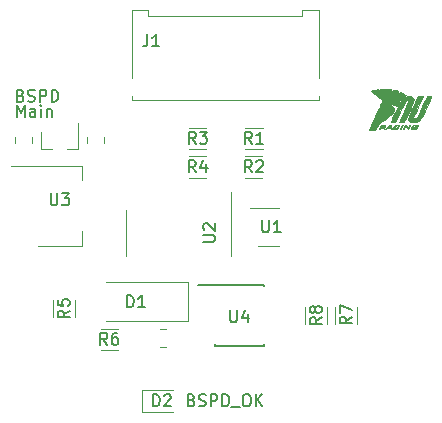
<source format=gbr>
G04 #@! TF.GenerationSoftware,KiCad,Pcbnew,(5.1.6)-1*
G04 #@! TF.CreationDate,2021-06-24T15:15:02+10:00*
G04 #@! TF.ProjectId,BSPD,42535044-2e6b-4696-9361-645f70636258,rev?*
G04 #@! TF.SameCoordinates,Original*
G04 #@! TF.FileFunction,Legend,Top*
G04 #@! TF.FilePolarity,Positive*
%FSLAX46Y46*%
G04 Gerber Fmt 4.6, Leading zero omitted, Abs format (unit mm)*
G04 Created by KiCad (PCBNEW (5.1.6)-1) date 2021-06-24 15:15:02*
%MOMM*%
%LPD*%
G01*
G04 APERTURE LIST*
%ADD10C,0.150000*%
%ADD11C,0.010000*%
%ADD12C,0.120000*%
G04 APERTURE END LIST*
D10*
X83105809Y-111069380D02*
X83105809Y-110069380D01*
X83439142Y-110783666D01*
X83772476Y-110069380D01*
X83772476Y-111069380D01*
X84677238Y-111069380D02*
X84677238Y-110545571D01*
X84629619Y-110450333D01*
X84534380Y-110402714D01*
X84343904Y-110402714D01*
X84248666Y-110450333D01*
X84677238Y-111021761D02*
X84582000Y-111069380D01*
X84343904Y-111069380D01*
X84248666Y-111021761D01*
X84201047Y-110926523D01*
X84201047Y-110831285D01*
X84248666Y-110736047D01*
X84343904Y-110688428D01*
X84582000Y-110688428D01*
X84677238Y-110640809D01*
X85153428Y-111069380D02*
X85153428Y-110402714D01*
X85153428Y-110069380D02*
X85105809Y-110117000D01*
X85153428Y-110164619D01*
X85201047Y-110117000D01*
X85153428Y-110069380D01*
X85153428Y-110164619D01*
X85629619Y-110402714D02*
X85629619Y-111069380D01*
X85629619Y-110497952D02*
X85677238Y-110450333D01*
X85772476Y-110402714D01*
X85915333Y-110402714D01*
X86010571Y-110450333D01*
X86058190Y-110545571D01*
X86058190Y-111069380D01*
X83431238Y-109275571D02*
X83574095Y-109323190D01*
X83621714Y-109370809D01*
X83669333Y-109466047D01*
X83669333Y-109608904D01*
X83621714Y-109704142D01*
X83574095Y-109751761D01*
X83478857Y-109799380D01*
X83097904Y-109799380D01*
X83097904Y-108799380D01*
X83431238Y-108799380D01*
X83526476Y-108847000D01*
X83574095Y-108894619D01*
X83621714Y-108989857D01*
X83621714Y-109085095D01*
X83574095Y-109180333D01*
X83526476Y-109227952D01*
X83431238Y-109275571D01*
X83097904Y-109275571D01*
X84050285Y-109751761D02*
X84193142Y-109799380D01*
X84431238Y-109799380D01*
X84526476Y-109751761D01*
X84574095Y-109704142D01*
X84621714Y-109608904D01*
X84621714Y-109513666D01*
X84574095Y-109418428D01*
X84526476Y-109370809D01*
X84431238Y-109323190D01*
X84240761Y-109275571D01*
X84145523Y-109227952D01*
X84097904Y-109180333D01*
X84050285Y-109085095D01*
X84050285Y-108989857D01*
X84097904Y-108894619D01*
X84145523Y-108847000D01*
X84240761Y-108799380D01*
X84478857Y-108799380D01*
X84621714Y-108847000D01*
X85050285Y-109799380D02*
X85050285Y-108799380D01*
X85431238Y-108799380D01*
X85526476Y-108847000D01*
X85574095Y-108894619D01*
X85621714Y-108989857D01*
X85621714Y-109132714D01*
X85574095Y-109227952D01*
X85526476Y-109275571D01*
X85431238Y-109323190D01*
X85050285Y-109323190D01*
X86050285Y-109799380D02*
X86050285Y-108799380D01*
X86288380Y-108799380D01*
X86431238Y-108847000D01*
X86526476Y-108942238D01*
X86574095Y-109037476D01*
X86621714Y-109227952D01*
X86621714Y-109370809D01*
X86574095Y-109561285D01*
X86526476Y-109656523D01*
X86431238Y-109751761D01*
X86288380Y-109799380D01*
X86050285Y-109799380D01*
D11*
G36*
X118166985Y-109324081D02*
G01*
X118206978Y-109333360D01*
X118211600Y-109339393D01*
X118201218Y-109365538D01*
X118171576Y-109432763D01*
X118124932Y-109536128D01*
X118063543Y-109670695D01*
X117989665Y-109831524D01*
X117905555Y-110013676D01*
X117813470Y-110212212D01*
X117773450Y-110298243D01*
X117653705Y-110554466D01*
X117552178Y-110768552D01*
X117466177Y-110944661D01*
X117393011Y-111086954D01*
X117329988Y-111199591D01*
X117274415Y-111286732D01*
X117223603Y-111352538D01*
X117174858Y-111401168D01*
X117125490Y-111436784D01*
X117072806Y-111463544D01*
X117014115Y-111485611D01*
X117002807Y-111489372D01*
X116860318Y-111524578D01*
X116708588Y-111543087D01*
X116569252Y-111542949D01*
X116505636Y-111534196D01*
X116377992Y-111489884D01*
X116290461Y-111420912D01*
X116245880Y-111331024D01*
X116247087Y-111223967D01*
X116253083Y-111200791D01*
X116269639Y-111158135D01*
X116305326Y-111075166D01*
X116357598Y-110957513D01*
X116423908Y-110810805D01*
X116501708Y-110640672D01*
X116588452Y-110452742D01*
X116681594Y-110252646D01*
X116695510Y-110222891D01*
X117111342Y-109334300D01*
X117293171Y-109326837D01*
X117397977Y-109325724D01*
X117457097Y-109333356D01*
X117475000Y-109349552D01*
X117464577Y-109378562D01*
X117434857Y-109448395D01*
X117388167Y-109553903D01*
X117326828Y-109689941D01*
X117253167Y-109851361D01*
X117169508Y-110033017D01*
X117078174Y-110229761D01*
X117055900Y-110277520D01*
X116963260Y-110476291D01*
X116877721Y-110660446D01*
X116801594Y-110824962D01*
X116737191Y-110964813D01*
X116686825Y-111074975D01*
X116652808Y-111150423D01*
X116637452Y-111186133D01*
X116636800Y-111188254D01*
X116659655Y-111195651D01*
X116718072Y-111200337D01*
X116763399Y-111201200D01*
X116852079Y-111194983D01*
X116914728Y-111170793D01*
X116963787Y-111131350D01*
X116999176Y-111083439D01*
X117053771Y-110988540D01*
X117127553Y-110846687D01*
X117220507Y-110657914D01*
X117332613Y-110422255D01*
X117425304Y-110223300D01*
X117514916Y-110030148D01*
X117598555Y-109850965D01*
X117673668Y-109691138D01*
X117737700Y-109556057D01*
X117788098Y-109451108D01*
X117822308Y-109381681D01*
X117837627Y-109353350D01*
X117870543Y-109339281D01*
X117934999Y-109328757D01*
X118015933Y-109322342D01*
X118098282Y-109320595D01*
X118166985Y-109324081D01*
G37*
X118166985Y-109324081D02*
X118206978Y-109333360D01*
X118211600Y-109339393D01*
X118201218Y-109365538D01*
X118171576Y-109432763D01*
X118124932Y-109536128D01*
X118063543Y-109670695D01*
X117989665Y-109831524D01*
X117905555Y-110013676D01*
X117813470Y-110212212D01*
X117773450Y-110298243D01*
X117653705Y-110554466D01*
X117552178Y-110768552D01*
X117466177Y-110944661D01*
X117393011Y-111086954D01*
X117329988Y-111199591D01*
X117274415Y-111286732D01*
X117223603Y-111352538D01*
X117174858Y-111401168D01*
X117125490Y-111436784D01*
X117072806Y-111463544D01*
X117014115Y-111485611D01*
X117002807Y-111489372D01*
X116860318Y-111524578D01*
X116708588Y-111543087D01*
X116569252Y-111542949D01*
X116505636Y-111534196D01*
X116377992Y-111489884D01*
X116290461Y-111420912D01*
X116245880Y-111331024D01*
X116247087Y-111223967D01*
X116253083Y-111200791D01*
X116269639Y-111158135D01*
X116305326Y-111075166D01*
X116357598Y-110957513D01*
X116423908Y-110810805D01*
X116501708Y-110640672D01*
X116588452Y-110452742D01*
X116681594Y-110252646D01*
X116695510Y-110222891D01*
X117111342Y-109334300D01*
X117293171Y-109326837D01*
X117397977Y-109325724D01*
X117457097Y-109333356D01*
X117475000Y-109349552D01*
X117464577Y-109378562D01*
X117434857Y-109448395D01*
X117388167Y-109553903D01*
X117326828Y-109689941D01*
X117253167Y-109851361D01*
X117169508Y-110033017D01*
X117078174Y-110229761D01*
X117055900Y-110277520D01*
X116963260Y-110476291D01*
X116877721Y-110660446D01*
X116801594Y-110824962D01*
X116737191Y-110964813D01*
X116686825Y-111074975D01*
X116652808Y-111150423D01*
X116637452Y-111186133D01*
X116636800Y-111188254D01*
X116659655Y-111195651D01*
X116718072Y-111200337D01*
X116763399Y-111201200D01*
X116852079Y-111194983D01*
X116914728Y-111170793D01*
X116963787Y-111131350D01*
X116999176Y-111083439D01*
X117053771Y-110988540D01*
X117127553Y-110846687D01*
X117220507Y-110657914D01*
X117332613Y-110422255D01*
X117425304Y-110223300D01*
X117514916Y-110030148D01*
X117598555Y-109850965D01*
X117673668Y-109691138D01*
X117737700Y-109556057D01*
X117788098Y-109451108D01*
X117822308Y-109381681D01*
X117837627Y-109353350D01*
X117870543Y-109339281D01*
X117934999Y-109328757D01*
X118015933Y-109322342D01*
X118098282Y-109320595D01*
X118166985Y-109324081D01*
G36*
X116474596Y-109346760D02*
G01*
X116599569Y-109382414D01*
X116683600Y-109444148D01*
X116728769Y-109533319D01*
X116738400Y-109617003D01*
X116728035Y-109650517D01*
X116698797Y-109723878D01*
X116653470Y-109830980D01*
X116594838Y-109965717D01*
X116525685Y-110121985D01*
X116448794Y-110293676D01*
X116366950Y-110474687D01*
X116282937Y-110658911D01*
X116199538Y-110840242D01*
X116119538Y-111012575D01*
X116045721Y-111169805D01*
X115980870Y-111305826D01*
X115927769Y-111414532D01*
X115889203Y-111489818D01*
X115868386Y-111525050D01*
X115835004Y-111539345D01*
X115770299Y-111549864D01*
X115689291Y-111556095D01*
X115607002Y-111557531D01*
X115538450Y-111553660D01*
X115498658Y-111543973D01*
X115494129Y-111537750D01*
X115504615Y-111511294D01*
X115534390Y-111443871D01*
X115581155Y-111340499D01*
X115642611Y-111206195D01*
X115716459Y-111045978D01*
X115800400Y-110864864D01*
X115892136Y-110667872D01*
X115921827Y-110604300D01*
X116349195Y-109689900D01*
X116221648Y-109682061D01*
X116121581Y-109684251D01*
X116050857Y-109708153D01*
X116031327Y-109721091D01*
X116001728Y-109758118D01*
X115954011Y-109838781D01*
X115887864Y-109963695D01*
X115802971Y-110133476D01*
X115699020Y-110348738D01*
X115575696Y-110610097D01*
X115554240Y-110656030D01*
X115139929Y-111544100D01*
X114946076Y-111551563D01*
X114852506Y-111552421D01*
X114787394Y-111547543D01*
X114760973Y-111537803D01*
X114761062Y-111535737D01*
X114773417Y-111508392D01*
X114805018Y-111440008D01*
X114853551Y-111335548D01*
X114916704Y-111199972D01*
X114992167Y-111038242D01*
X115077625Y-110855319D01*
X115170769Y-110656164D01*
X115212566Y-110566861D01*
X115347812Y-110280344D01*
X115463538Y-110040291D01*
X115559707Y-109846771D01*
X115636284Y-109699856D01*
X115693232Y-109599615D01*
X115730516Y-109546121D01*
X115733112Y-109543395D01*
X115876207Y-109435214D01*
X116050007Y-109366565D01*
X116255470Y-109337100D01*
X116306600Y-109335833D01*
X116474596Y-109346760D01*
G37*
X116474596Y-109346760D02*
X116599569Y-109382414D01*
X116683600Y-109444148D01*
X116728769Y-109533319D01*
X116738400Y-109617003D01*
X116728035Y-109650517D01*
X116698797Y-109723878D01*
X116653470Y-109830980D01*
X116594838Y-109965717D01*
X116525685Y-110121985D01*
X116448794Y-110293676D01*
X116366950Y-110474687D01*
X116282937Y-110658911D01*
X116199538Y-110840242D01*
X116119538Y-111012575D01*
X116045721Y-111169805D01*
X115980870Y-111305826D01*
X115927769Y-111414532D01*
X115889203Y-111489818D01*
X115868386Y-111525050D01*
X115835004Y-111539345D01*
X115770299Y-111549864D01*
X115689291Y-111556095D01*
X115607002Y-111557531D01*
X115538450Y-111553660D01*
X115498658Y-111543973D01*
X115494129Y-111537750D01*
X115504615Y-111511294D01*
X115534390Y-111443871D01*
X115581155Y-111340499D01*
X115642611Y-111206195D01*
X115716459Y-111045978D01*
X115800400Y-110864864D01*
X115892136Y-110667872D01*
X115921827Y-110604300D01*
X116349195Y-109689900D01*
X116221648Y-109682061D01*
X116121581Y-109684251D01*
X116050857Y-109708153D01*
X116031327Y-109721091D01*
X116001728Y-109758118D01*
X115954011Y-109838781D01*
X115887864Y-109963695D01*
X115802971Y-110133476D01*
X115699020Y-110348738D01*
X115575696Y-110610097D01*
X115554240Y-110656030D01*
X115139929Y-111544100D01*
X114946076Y-111551563D01*
X114852506Y-111552421D01*
X114787394Y-111547543D01*
X114760973Y-111537803D01*
X114761062Y-111535737D01*
X114773417Y-111508392D01*
X114805018Y-111440008D01*
X114853551Y-111335548D01*
X114916704Y-111199972D01*
X114992167Y-111038242D01*
X115077625Y-110855319D01*
X115170769Y-110656164D01*
X115212566Y-110566861D01*
X115347812Y-110280344D01*
X115463538Y-110040291D01*
X115559707Y-109846771D01*
X115636284Y-109699856D01*
X115693232Y-109599615D01*
X115730516Y-109546121D01*
X115733112Y-109543395D01*
X115876207Y-109435214D01*
X116050007Y-109366565D01*
X116255470Y-109337100D01*
X116306600Y-109335833D01*
X116474596Y-109346760D01*
G36*
X116871875Y-111739845D02*
G01*
X116971077Y-111746178D01*
X117029553Y-111756922D01*
X117057341Y-111774678D01*
X117063399Y-111789445D01*
X117062051Y-111810037D01*
X117041849Y-111821126D01*
X116993312Y-111824066D01*
X116906958Y-111820214D01*
X116866818Y-111817565D01*
X116772227Y-111812590D01*
X116700806Y-111811705D01*
X116664475Y-111814956D01*
X116662200Y-111816768D01*
X116653283Y-111846555D01*
X116631132Y-111904106D01*
X116623759Y-111921998D01*
X116585318Y-112014000D01*
X116738059Y-112014000D01*
X116826662Y-112011085D01*
X116874282Y-112000751D01*
X116890482Y-111980611D01*
X116890800Y-111975900D01*
X116868719Y-111945257D01*
X116827300Y-111937800D01*
X116779565Y-111929105D01*
X116763800Y-111912400D01*
X116786644Y-111897910D01*
X116845052Y-111888714D01*
X116890800Y-111887000D01*
X116963237Y-111890427D01*
X117009176Y-111899190D01*
X117017705Y-111906050D01*
X117005510Y-111938320D01*
X116975481Y-111993943D01*
X116967278Y-112007650D01*
X116916946Y-112090200D01*
X116700673Y-112090200D01*
X116590314Y-112088242D01*
X116522828Y-112081529D01*
X116490410Y-112068803D01*
X116484400Y-112055328D01*
X116497293Y-111995867D01*
X116529634Y-111917934D01*
X116571909Y-111839836D01*
X116614608Y-111779881D01*
X116638233Y-111759232D01*
X116687923Y-111746836D01*
X116770640Y-111739845D01*
X116868767Y-111739723D01*
X116871875Y-111739845D01*
G37*
X116871875Y-111739845D02*
X116971077Y-111746178D01*
X117029553Y-111756922D01*
X117057341Y-111774678D01*
X117063399Y-111789445D01*
X117062051Y-111810037D01*
X117041849Y-111821126D01*
X116993312Y-111824066D01*
X116906958Y-111820214D01*
X116866818Y-111817565D01*
X116772227Y-111812590D01*
X116700806Y-111811705D01*
X116664475Y-111814956D01*
X116662200Y-111816768D01*
X116653283Y-111846555D01*
X116631132Y-111904106D01*
X116623759Y-111921998D01*
X116585318Y-112014000D01*
X116738059Y-112014000D01*
X116826662Y-112011085D01*
X116874282Y-112000751D01*
X116890482Y-111980611D01*
X116890800Y-111975900D01*
X116868719Y-111945257D01*
X116827300Y-111937800D01*
X116779565Y-111929105D01*
X116763800Y-111912400D01*
X116786644Y-111897910D01*
X116845052Y-111888714D01*
X116890800Y-111887000D01*
X116963237Y-111890427D01*
X117009176Y-111899190D01*
X117017705Y-111906050D01*
X117005510Y-111938320D01*
X116975481Y-111993943D01*
X116967278Y-112007650D01*
X116916946Y-112090200D01*
X116700673Y-112090200D01*
X116590314Y-112088242D01*
X116522828Y-112081529D01*
X116490410Y-112068803D01*
X116484400Y-112055328D01*
X116497293Y-111995867D01*
X116529634Y-111917934D01*
X116571909Y-111839836D01*
X116614608Y-111779881D01*
X116638233Y-111759232D01*
X116687923Y-111746836D01*
X116770640Y-111739845D01*
X116868767Y-111739723D01*
X116871875Y-111739845D01*
G36*
X116433515Y-111756824D02*
G01*
X116433600Y-111760724D01*
X116421668Y-111805904D01*
X116391201Y-111873573D01*
X116350189Y-111949778D01*
X116306622Y-112020567D01*
X116268493Y-112071988D01*
X116244893Y-112090200D01*
X116210264Y-112072294D01*
X116156442Y-112025802D01*
X116106465Y-111973354D01*
X116003613Y-111856508D01*
X115946845Y-111973354D01*
X115906834Y-112040345D01*
X115867533Y-112082412D01*
X115837192Y-112093459D01*
X115824061Y-112067396D01*
X115824000Y-112064075D01*
X115834805Y-112027099D01*
X115862344Y-111964170D01*
X115899300Y-111889391D01*
X115938356Y-111816863D01*
X115972196Y-111760688D01*
X115993502Y-111734971D01*
X115994943Y-111734600D01*
X116020797Y-111751141D01*
X116071159Y-111794428D01*
X116132727Y-111852768D01*
X116252700Y-111970937D01*
X116310111Y-111852768D01*
X116350312Y-111785253D01*
X116389714Y-111742706D01*
X116420166Y-111731204D01*
X116433515Y-111756824D01*
G37*
X116433515Y-111756824D02*
X116433600Y-111760724D01*
X116421668Y-111805904D01*
X116391201Y-111873573D01*
X116350189Y-111949778D01*
X116306622Y-112020567D01*
X116268493Y-112071988D01*
X116244893Y-112090200D01*
X116210264Y-112072294D01*
X116156442Y-112025802D01*
X116106465Y-111973354D01*
X116003613Y-111856508D01*
X115946845Y-111973354D01*
X115906834Y-112040345D01*
X115867533Y-112082412D01*
X115837192Y-112093459D01*
X115824061Y-112067396D01*
X115824000Y-112064075D01*
X115834805Y-112027099D01*
X115862344Y-111964170D01*
X115899300Y-111889391D01*
X115938356Y-111816863D01*
X115972196Y-111760688D01*
X115993502Y-111734971D01*
X115994943Y-111734600D01*
X116020797Y-111751141D01*
X116071159Y-111794428D01*
X116132727Y-111852768D01*
X116252700Y-111970937D01*
X116310111Y-111852768D01*
X116350312Y-111785253D01*
X116389714Y-111742706D01*
X116420166Y-111731204D01*
X116433515Y-111756824D01*
G36*
X115775460Y-111739003D02*
G01*
X115780040Y-111759038D01*
X115765236Y-111804940D01*
X115732438Y-111880650D01*
X115695898Y-111962493D01*
X115667009Y-112027913D01*
X115653841Y-112058450D01*
X115627463Y-112079719D01*
X115585054Y-112090887D01*
X115550971Y-112087598D01*
X115544600Y-112077980D01*
X115555035Y-112050860D01*
X115582547Y-111990719D01*
X115621445Y-111909949D01*
X115626251Y-111900180D01*
X115683547Y-111797341D01*
X115729916Y-111743543D01*
X115752931Y-111734600D01*
X115775460Y-111739003D01*
G37*
X115775460Y-111739003D02*
X115780040Y-111759038D01*
X115765236Y-111804940D01*
X115732438Y-111880650D01*
X115695898Y-111962493D01*
X115667009Y-112027913D01*
X115653841Y-112058450D01*
X115627463Y-112079719D01*
X115585054Y-112090887D01*
X115550971Y-112087598D01*
X115544600Y-112077980D01*
X115555035Y-112050860D01*
X115582547Y-111990719D01*
X115621445Y-111909949D01*
X115626251Y-111900180D01*
X115683547Y-111797341D01*
X115729916Y-111743543D01*
X115752931Y-111734600D01*
X115775460Y-111739003D01*
G36*
X115355158Y-111739524D02*
G01*
X115440264Y-111746024D01*
X115486094Y-111757338D01*
X115504172Y-111777928D01*
X115506500Y-111798100D01*
X115486035Y-111843128D01*
X115446530Y-111857386D01*
X115404843Y-111855511D01*
X115403579Y-111838336D01*
X115392897Y-111820244D01*
X115332518Y-111811613D01*
X115292751Y-111810800D01*
X115214274Y-111813888D01*
X115168904Y-111828424D01*
X115139068Y-111862309D01*
X115126152Y-111885738D01*
X115099312Y-111945114D01*
X115087432Y-111986186D01*
X115087400Y-111987338D01*
X115109199Y-112005783D01*
X115162900Y-112013285D01*
X115230960Y-112010549D01*
X115295834Y-111998281D01*
X115339977Y-111977187D01*
X115339980Y-111977184D01*
X115388742Y-111951520D01*
X115418664Y-111965288D01*
X115417695Y-112007577D01*
X115403068Y-112034307D01*
X115376428Y-112063612D01*
X115338951Y-112080523D01*
X115277419Y-112088299D01*
X115178614Y-112090199D01*
X115176358Y-112090200D01*
X115083641Y-112087337D01*
X115012326Y-112079785D01*
X114976194Y-112069091D01*
X114974788Y-112067532D01*
X114976921Y-112033988D01*
X114996621Y-111969745D01*
X115023488Y-111903066D01*
X115063830Y-111821868D01*
X115106044Y-111771098D01*
X115162535Y-111744640D01*
X115245706Y-111736378D01*
X115355158Y-111739524D01*
G37*
X115355158Y-111739524D02*
X115440264Y-111746024D01*
X115486094Y-111757338D01*
X115504172Y-111777928D01*
X115506500Y-111798100D01*
X115486035Y-111843128D01*
X115446530Y-111857386D01*
X115404843Y-111855511D01*
X115403579Y-111838336D01*
X115392897Y-111820244D01*
X115332518Y-111811613D01*
X115292751Y-111810800D01*
X115214274Y-111813888D01*
X115168904Y-111828424D01*
X115139068Y-111862309D01*
X115126152Y-111885738D01*
X115099312Y-111945114D01*
X115087432Y-111986186D01*
X115087400Y-111987338D01*
X115109199Y-112005783D01*
X115162900Y-112013285D01*
X115230960Y-112010549D01*
X115295834Y-111998281D01*
X115339977Y-111977187D01*
X115339980Y-111977184D01*
X115388742Y-111951520D01*
X115418664Y-111965288D01*
X115417695Y-112007577D01*
X115403068Y-112034307D01*
X115376428Y-112063612D01*
X115338951Y-112080523D01*
X115277419Y-112088299D01*
X115178614Y-112090199D01*
X115176358Y-112090200D01*
X115083641Y-112087337D01*
X115012326Y-112079785D01*
X114976194Y-112069091D01*
X114974788Y-112067532D01*
X114976921Y-112033988D01*
X114996621Y-111969745D01*
X115023488Y-111903066D01*
X115063830Y-111821868D01*
X115106044Y-111771098D01*
X115162535Y-111744640D01*
X115245706Y-111736378D01*
X115355158Y-111739524D01*
G36*
X114768179Y-111753835D02*
G01*
X114793510Y-111815088D01*
X114809182Y-111879998D01*
X114827687Y-111964647D01*
X114843889Y-112031108D01*
X114851801Y-112057798D01*
X114842302Y-112084101D01*
X114809920Y-112090200D01*
X114759925Y-112074426D01*
X114740985Y-112052100D01*
X114712284Y-112027152D01*
X114645742Y-112015483D01*
X114592492Y-112014000D01*
X114489124Y-112022645D01*
X114430693Y-112048135D01*
X114427000Y-112052100D01*
X114376777Y-112083313D01*
X114341339Y-112089286D01*
X114308091Y-112086201D01*
X114309753Y-112071991D01*
X114348519Y-112036689D01*
X114353904Y-112032136D01*
X114407421Y-111986527D01*
X114464143Y-111937800D01*
X114570544Y-111937800D01*
X114638472Y-111937800D01*
X114689013Y-111928832D01*
X114705713Y-111892446D01*
X114706400Y-111874300D01*
X114703559Y-111826504D01*
X114698127Y-111810800D01*
X114677076Y-111827302D01*
X114636452Y-111867692D01*
X114630200Y-111874300D01*
X114570544Y-111937800D01*
X114464143Y-111937800D01*
X114482631Y-111921919D01*
X114559842Y-111855250D01*
X114633767Y-111795760D01*
X114697282Y-111752665D01*
X114737419Y-111734691D01*
X114739087Y-111734600D01*
X114768179Y-111753835D01*
G37*
X114768179Y-111753835D02*
X114793510Y-111815088D01*
X114809182Y-111879998D01*
X114827687Y-111964647D01*
X114843889Y-112031108D01*
X114851801Y-112057798D01*
X114842302Y-112084101D01*
X114809920Y-112090200D01*
X114759925Y-112074426D01*
X114740985Y-112052100D01*
X114712284Y-112027152D01*
X114645742Y-112015483D01*
X114592492Y-112014000D01*
X114489124Y-112022645D01*
X114430693Y-112048135D01*
X114427000Y-112052100D01*
X114376777Y-112083313D01*
X114341339Y-112089286D01*
X114308091Y-112086201D01*
X114309753Y-112071991D01*
X114348519Y-112036689D01*
X114353904Y-112032136D01*
X114407421Y-111986527D01*
X114464143Y-111937800D01*
X114570544Y-111937800D01*
X114638472Y-111937800D01*
X114689013Y-111928832D01*
X114705713Y-111892446D01*
X114706400Y-111874300D01*
X114703559Y-111826504D01*
X114698127Y-111810800D01*
X114677076Y-111827302D01*
X114636452Y-111867692D01*
X114630200Y-111874300D01*
X114570544Y-111937800D01*
X114464143Y-111937800D01*
X114482631Y-111921919D01*
X114559842Y-111855250D01*
X114633767Y-111795760D01*
X114697282Y-111752665D01*
X114737419Y-111734691D01*
X114739087Y-111734600D01*
X114768179Y-111753835D01*
G36*
X114203155Y-111738000D02*
G01*
X114275682Y-111747026D01*
X114312357Y-111759917D01*
X114313592Y-111761443D01*
X114323017Y-111819488D01*
X114296848Y-111883729D01*
X114244061Y-111935988D01*
X114221536Y-111947843D01*
X114172298Y-111972341D01*
X114164924Y-111992559D01*
X114184321Y-112012855D01*
X114220327Y-112055685D01*
X114208708Y-112082396D01*
X114160885Y-112090200D01*
X114093772Y-112066615D01*
X114056364Y-112026700D01*
X114011162Y-111980744D01*
X113966334Y-111963200D01*
X113920235Y-111984525D01*
X113888978Y-112026700D01*
X113852064Y-112073787D01*
X113813322Y-112090200D01*
X113774236Y-112086031D01*
X113766600Y-112081013D01*
X113776315Y-112055118D01*
X113801940Y-111995336D01*
X113838194Y-111913946D01*
X113843052Y-111903213D01*
X113856727Y-111873053D01*
X113958928Y-111873053D01*
X113985166Y-111883198D01*
X114048842Y-111883396D01*
X114076045Y-111881967D01*
X114157020Y-111871504D01*
X114207777Y-111853365D01*
X114217570Y-111842550D01*
X114204149Y-111821333D01*
X114157256Y-111810263D01*
X114093092Y-111808859D01*
X114027859Y-111816636D01*
X113977761Y-111833113D01*
X113960109Y-111850217D01*
X113958928Y-111873053D01*
X113856727Y-111873053D01*
X113919505Y-111734600D01*
X114108253Y-111734600D01*
X114203155Y-111738000D01*
G37*
X114203155Y-111738000D02*
X114275682Y-111747026D01*
X114312357Y-111759917D01*
X114313592Y-111761443D01*
X114323017Y-111819488D01*
X114296848Y-111883729D01*
X114244061Y-111935988D01*
X114221536Y-111947843D01*
X114172298Y-111972341D01*
X114164924Y-111992559D01*
X114184321Y-112012855D01*
X114220327Y-112055685D01*
X114208708Y-112082396D01*
X114160885Y-112090200D01*
X114093772Y-112066615D01*
X114056364Y-112026700D01*
X114011162Y-111980744D01*
X113966334Y-111963200D01*
X113920235Y-111984525D01*
X113888978Y-112026700D01*
X113852064Y-112073787D01*
X113813322Y-112090200D01*
X113774236Y-112086031D01*
X113766600Y-112081013D01*
X113776315Y-112055118D01*
X113801940Y-111995336D01*
X113838194Y-111913946D01*
X113843052Y-111903213D01*
X113856727Y-111873053D01*
X113958928Y-111873053D01*
X113985166Y-111883198D01*
X114048842Y-111883396D01*
X114076045Y-111881967D01*
X114157020Y-111871504D01*
X114207777Y-111853365D01*
X114217570Y-111842550D01*
X114204149Y-111821333D01*
X114157256Y-111810263D01*
X114093092Y-111808859D01*
X114027859Y-111816636D01*
X113977761Y-111833113D01*
X113960109Y-111850217D01*
X113958928Y-111873053D01*
X113856727Y-111873053D01*
X113919505Y-111734600D01*
X114108253Y-111734600D01*
X114203155Y-111738000D01*
G36*
X114039679Y-108717393D02*
G01*
X114257501Y-108724700D01*
X114287438Y-108813600D01*
X114317374Y-108902500D01*
X114351889Y-108807249D01*
X114376576Y-108748684D01*
X114406279Y-108721194D01*
X114459129Y-108713448D01*
X114501952Y-108713463D01*
X114601251Y-108718724D01*
X114700300Y-108729876D01*
X114718358Y-108732824D01*
X114781713Y-108747950D01*
X114815250Y-108774489D01*
X114834207Y-108828549D01*
X114841400Y-108862899D01*
X114863584Y-108975078D01*
X114916984Y-108881639D01*
X114949329Y-108830642D01*
X114982153Y-108802477D01*
X115026902Y-108795817D01*
X115095021Y-108809337D01*
X115197957Y-108841713D01*
X115214400Y-108847206D01*
X115379500Y-108902500D01*
X115387476Y-109013855D01*
X115395453Y-109125211D01*
X115476846Y-109046323D01*
X115558238Y-108967434D01*
X115792719Y-109097907D01*
X115888994Y-109152906D01*
X115966110Y-109199680D01*
X116014835Y-109232457D01*
X116027200Y-109244487D01*
X116005753Y-109262400D01*
X115952281Y-109287316D01*
X115932040Y-109295004D01*
X115868513Y-109329907D01*
X115786545Y-109391259D01*
X115701334Y-109467444D01*
X115684390Y-109484301D01*
X115609470Y-109565500D01*
X115548719Y-109645882D01*
X115493100Y-109739686D01*
X115433574Y-109861150D01*
X115404900Y-109924590D01*
X115351563Y-110043080D01*
X115313958Y-110121111D01*
X115287739Y-110164887D01*
X115268565Y-110180615D01*
X115252092Y-110174500D01*
X115239800Y-110160491D01*
X115159313Y-110094945D01*
X115042256Y-110052883D01*
X114897730Y-110035542D01*
X114734836Y-110044162D01*
X114591086Y-110072209D01*
X114512195Y-110095371D01*
X114450751Y-110117970D01*
X114413956Y-110136227D01*
X114409010Y-110146364D01*
X114443116Y-110144603D01*
X114458199Y-110141935D01*
X114512694Y-110139651D01*
X114599317Y-110144497D01*
X114700058Y-110155423D01*
X114707775Y-110156471D01*
X114811399Y-110173425D01*
X114879904Y-110193588D01*
X114928878Y-110223221D01*
X114966749Y-110260482D01*
X115018482Y-110339766D01*
X115034178Y-110428034D01*
X115013670Y-110534151D01*
X114959147Y-110662282D01*
X114867824Y-110804697D01*
X114736266Y-110953145D01*
X114573080Y-111099696D01*
X114386875Y-111236419D01*
X114236468Y-111328200D01*
X114019275Y-111463722D01*
X113846707Y-111604492D01*
X113712594Y-111756522D01*
X113610765Y-111925827D01*
X113599954Y-111948602D01*
X113551101Y-112048461D01*
X113510808Y-112112497D01*
X113469810Y-112152454D01*
X113418841Y-112180081D01*
X113416592Y-112181042D01*
X113300287Y-112217156D01*
X113179187Y-112233096D01*
X113070707Y-112227857D01*
X112999872Y-112205132D01*
X112931645Y-112166478D01*
X113001716Y-112015183D01*
X113136768Y-112015183D01*
X113146398Y-112076813D01*
X113146618Y-112077693D01*
X113161359Y-112122717D01*
X113176232Y-112122872D01*
X113187960Y-112104761D01*
X113195053Y-112049308D01*
X113180786Y-112024756D01*
X113148579Y-111997292D01*
X113136768Y-112015183D01*
X113001716Y-112015183D01*
X113028715Y-111956889D01*
X113060018Y-111889538D01*
X113110101Y-111782081D01*
X113176207Y-111640419D01*
X113255579Y-111470455D01*
X113345460Y-111278090D01*
X113443095Y-111069226D01*
X113545726Y-110849766D01*
X113611609Y-110708931D01*
X113706089Y-110506508D01*
X113944400Y-110506508D01*
X113962107Y-110499884D01*
X114007526Y-110468685D01*
X114046000Y-110439200D01*
X114104175Y-110387689D01*
X114140769Y-110344826D01*
X114147253Y-110329115D01*
X114139286Y-110271179D01*
X114121522Y-110216581D01*
X114101312Y-110186448D01*
X114097157Y-110185200D01*
X114080265Y-110206218D01*
X114050729Y-110259576D01*
X114015463Y-110330731D01*
X113981382Y-110405140D01*
X113955399Y-110468258D01*
X113944430Y-110505542D01*
X113944400Y-110506508D01*
X113706089Y-110506508D01*
X113728441Y-110458620D01*
X113824930Y-110250322D01*
X113902676Y-110080236D01*
X113963278Y-109944558D01*
X114008334Y-109839484D01*
X114039444Y-109761212D01*
X114058206Y-109705939D01*
X114066220Y-109669862D01*
X114065084Y-109649176D01*
X114060129Y-109642131D01*
X113887476Y-109509583D01*
X113721811Y-109380598D01*
X113642967Y-109318329D01*
X114504624Y-109318329D01*
X114511286Y-109404382D01*
X114524817Y-109475084D01*
X114529310Y-109488569D01*
X114551490Y-109533353D01*
X114568121Y-109544545D01*
X114569249Y-109514383D01*
X114554710Y-109463169D01*
X114537236Y-109395736D01*
X114529671Y-109322181D01*
X114532188Y-109259109D01*
X114544963Y-109223125D01*
X114552150Y-109220000D01*
X114580989Y-109237879D01*
X114628034Y-109283392D01*
X114656382Y-109315250D01*
X114700221Y-109363933D01*
X114715280Y-109372128D01*
X114705844Y-109347000D01*
X114661993Y-109270172D01*
X114612328Y-109201087D01*
X114566149Y-109150915D01*
X114532755Y-109130825D01*
X114526944Y-109132123D01*
X114512344Y-109165794D01*
X114504941Y-109233331D01*
X114504624Y-109318329D01*
X113642967Y-109318329D01*
X113567675Y-109258866D01*
X113429610Y-109148081D01*
X113312155Y-109051933D01*
X113219854Y-108974113D01*
X113157247Y-108918314D01*
X113128876Y-108888227D01*
X113127942Y-108884375D01*
X113158430Y-108871132D01*
X113227124Y-108849819D01*
X113322724Y-108823763D01*
X113398644Y-108804714D01*
X113652300Y-108743176D01*
X113706614Y-108831350D01*
X113743812Y-108884885D01*
X113768532Y-108895458D01*
X113787486Y-108860465D01*
X113803941Y-108793593D01*
X113821856Y-108710087D01*
X114039679Y-108717393D01*
G37*
X114039679Y-108717393D02*
X114257501Y-108724700D01*
X114287438Y-108813600D01*
X114317374Y-108902500D01*
X114351889Y-108807249D01*
X114376576Y-108748684D01*
X114406279Y-108721194D01*
X114459129Y-108713448D01*
X114501952Y-108713463D01*
X114601251Y-108718724D01*
X114700300Y-108729876D01*
X114718358Y-108732824D01*
X114781713Y-108747950D01*
X114815250Y-108774489D01*
X114834207Y-108828549D01*
X114841400Y-108862899D01*
X114863584Y-108975078D01*
X114916984Y-108881639D01*
X114949329Y-108830642D01*
X114982153Y-108802477D01*
X115026902Y-108795817D01*
X115095021Y-108809337D01*
X115197957Y-108841713D01*
X115214400Y-108847206D01*
X115379500Y-108902500D01*
X115387476Y-109013855D01*
X115395453Y-109125211D01*
X115476846Y-109046323D01*
X115558238Y-108967434D01*
X115792719Y-109097907D01*
X115888994Y-109152906D01*
X115966110Y-109199680D01*
X116014835Y-109232457D01*
X116027200Y-109244487D01*
X116005753Y-109262400D01*
X115952281Y-109287316D01*
X115932040Y-109295004D01*
X115868513Y-109329907D01*
X115786545Y-109391259D01*
X115701334Y-109467444D01*
X115684390Y-109484301D01*
X115609470Y-109565500D01*
X115548719Y-109645882D01*
X115493100Y-109739686D01*
X115433574Y-109861150D01*
X115404900Y-109924590D01*
X115351563Y-110043080D01*
X115313958Y-110121111D01*
X115287739Y-110164887D01*
X115268565Y-110180615D01*
X115252092Y-110174500D01*
X115239800Y-110160491D01*
X115159313Y-110094945D01*
X115042256Y-110052883D01*
X114897730Y-110035542D01*
X114734836Y-110044162D01*
X114591086Y-110072209D01*
X114512195Y-110095371D01*
X114450751Y-110117970D01*
X114413956Y-110136227D01*
X114409010Y-110146364D01*
X114443116Y-110144603D01*
X114458199Y-110141935D01*
X114512694Y-110139651D01*
X114599317Y-110144497D01*
X114700058Y-110155423D01*
X114707775Y-110156471D01*
X114811399Y-110173425D01*
X114879904Y-110193588D01*
X114928878Y-110223221D01*
X114966749Y-110260482D01*
X115018482Y-110339766D01*
X115034178Y-110428034D01*
X115013670Y-110534151D01*
X114959147Y-110662282D01*
X114867824Y-110804697D01*
X114736266Y-110953145D01*
X114573080Y-111099696D01*
X114386875Y-111236419D01*
X114236468Y-111328200D01*
X114019275Y-111463722D01*
X113846707Y-111604492D01*
X113712594Y-111756522D01*
X113610765Y-111925827D01*
X113599954Y-111948602D01*
X113551101Y-112048461D01*
X113510808Y-112112497D01*
X113469810Y-112152454D01*
X113418841Y-112180081D01*
X113416592Y-112181042D01*
X113300287Y-112217156D01*
X113179187Y-112233096D01*
X113070707Y-112227857D01*
X112999872Y-112205132D01*
X112931645Y-112166478D01*
X113001716Y-112015183D01*
X113136768Y-112015183D01*
X113146398Y-112076813D01*
X113146618Y-112077693D01*
X113161359Y-112122717D01*
X113176232Y-112122872D01*
X113187960Y-112104761D01*
X113195053Y-112049308D01*
X113180786Y-112024756D01*
X113148579Y-111997292D01*
X113136768Y-112015183D01*
X113001716Y-112015183D01*
X113028715Y-111956889D01*
X113060018Y-111889538D01*
X113110101Y-111782081D01*
X113176207Y-111640419D01*
X113255579Y-111470455D01*
X113345460Y-111278090D01*
X113443095Y-111069226D01*
X113545726Y-110849766D01*
X113611609Y-110708931D01*
X113706089Y-110506508D01*
X113944400Y-110506508D01*
X113962107Y-110499884D01*
X114007526Y-110468685D01*
X114046000Y-110439200D01*
X114104175Y-110387689D01*
X114140769Y-110344826D01*
X114147253Y-110329115D01*
X114139286Y-110271179D01*
X114121522Y-110216581D01*
X114101312Y-110186448D01*
X114097157Y-110185200D01*
X114080265Y-110206218D01*
X114050729Y-110259576D01*
X114015463Y-110330731D01*
X113981382Y-110405140D01*
X113955399Y-110468258D01*
X113944430Y-110505542D01*
X113944400Y-110506508D01*
X113706089Y-110506508D01*
X113728441Y-110458620D01*
X113824930Y-110250322D01*
X113902676Y-110080236D01*
X113963278Y-109944558D01*
X114008334Y-109839484D01*
X114039444Y-109761212D01*
X114058206Y-109705939D01*
X114066220Y-109669862D01*
X114065084Y-109649176D01*
X114060129Y-109642131D01*
X113887476Y-109509583D01*
X113721811Y-109380598D01*
X113642967Y-109318329D01*
X114504624Y-109318329D01*
X114511286Y-109404382D01*
X114524817Y-109475084D01*
X114529310Y-109488569D01*
X114551490Y-109533353D01*
X114568121Y-109544545D01*
X114569249Y-109514383D01*
X114554710Y-109463169D01*
X114537236Y-109395736D01*
X114529671Y-109322181D01*
X114532188Y-109259109D01*
X114544963Y-109223125D01*
X114552150Y-109220000D01*
X114580989Y-109237879D01*
X114628034Y-109283392D01*
X114656382Y-109315250D01*
X114700221Y-109363933D01*
X114715280Y-109372128D01*
X114705844Y-109347000D01*
X114661993Y-109270172D01*
X114612328Y-109201087D01*
X114566149Y-109150915D01*
X114532755Y-109130825D01*
X114526944Y-109132123D01*
X114512344Y-109165794D01*
X114504941Y-109233331D01*
X114504624Y-109318329D01*
X113642967Y-109318329D01*
X113567675Y-109258866D01*
X113429610Y-109148081D01*
X113312155Y-109051933D01*
X113219854Y-108974113D01*
X113157247Y-108918314D01*
X113128876Y-108888227D01*
X113127942Y-108884375D01*
X113158430Y-108871132D01*
X113227124Y-108849819D01*
X113322724Y-108823763D01*
X113398644Y-108804714D01*
X113652300Y-108743176D01*
X113706614Y-108831350D01*
X113743812Y-108884885D01*
X113768532Y-108895458D01*
X113787486Y-108860465D01*
X113803941Y-108793593D01*
X113821856Y-108710087D01*
X114039679Y-108717393D01*
D12*
X101209000Y-120904000D02*
X101209000Y-117454000D01*
X101209000Y-120904000D02*
X101209000Y-122854000D01*
X92339000Y-120904000D02*
X92339000Y-118954000D01*
X92339000Y-120904000D02*
X92339000Y-122854000D01*
X97578000Y-128396000D02*
X97578000Y-125096000D01*
X97578000Y-125096000D02*
X90678000Y-125096000D01*
X97578000Y-128396000D02*
X90678000Y-128396000D01*
X85161000Y-113790000D02*
X86091000Y-113790000D01*
X88321000Y-113790000D02*
X87391000Y-113790000D01*
X88321000Y-113790000D02*
X88321000Y-111630000D01*
X85161000Y-113790000D02*
X85161000Y-112330000D01*
X103494000Y-122006000D02*
X105294000Y-122006000D01*
X105294000Y-118786000D02*
X102844000Y-118786000D01*
D10*
X99867201Y-125346001D02*
X98467201Y-125346001D01*
X99867201Y-130446001D02*
X104017201Y-130446001D01*
X99867201Y-125296001D02*
X104017201Y-125296001D01*
X99867201Y-130446001D02*
X99867201Y-130301001D01*
X104017201Y-130446001D02*
X104017201Y-130301001D01*
X104017201Y-125296001D02*
X104017201Y-125441001D01*
X99867201Y-125296001D02*
X99867201Y-125346001D01*
D12*
X82958000Y-113291252D02*
X82958000Y-112768748D01*
X84428000Y-113291252D02*
X84428000Y-112768748D01*
X90524000Y-113291252D02*
X90524000Y-112768748D01*
X89054000Y-113291252D02*
X89054000Y-112768748D01*
X95242748Y-130529000D02*
X95765252Y-130529000D01*
X95242748Y-129059000D02*
X95765252Y-129059000D01*
X96377000Y-134168000D02*
X93692000Y-134168000D01*
X93692000Y-134168000D02*
X93692000Y-136088000D01*
X93692000Y-136088000D02*
X96377000Y-136088000D01*
X92831000Y-109348000D02*
X92831000Y-109658000D01*
X92831000Y-109658000D02*
X108701000Y-109658000D01*
X108701000Y-109658000D02*
X108701000Y-109348000D01*
X92831000Y-107828000D02*
X92831000Y-102068000D01*
X92831000Y-102068000D02*
X94251000Y-102068000D01*
X94251000Y-102068000D02*
X94251000Y-102568000D01*
X94251000Y-102568000D02*
X107281000Y-102568000D01*
X107281000Y-102568000D02*
X107281000Y-102068000D01*
X107281000Y-102068000D02*
X108701000Y-102068000D01*
X108701000Y-102068000D02*
X108701000Y-107828000D01*
X102462436Y-111993000D02*
X103916564Y-111993000D01*
X102462436Y-113813000D02*
X103916564Y-113813000D01*
X103912564Y-116226000D02*
X102458436Y-116226000D01*
X103912564Y-114406000D02*
X102458436Y-114406000D01*
X99152064Y-113813000D02*
X97697936Y-113813000D01*
X99152064Y-111993000D02*
X97697936Y-111993000D01*
X97697936Y-114406000D02*
X99152064Y-114406000D01*
X97697936Y-116226000D02*
X99152064Y-116226000D01*
X86212000Y-126588436D02*
X86212000Y-128042564D01*
X88032000Y-126588436D02*
X88032000Y-128042564D01*
X90204936Y-129011000D02*
X91659064Y-129011000D01*
X90204936Y-130831000D02*
X91659064Y-130831000D01*
X110088000Y-127161936D02*
X110088000Y-128616064D01*
X111908000Y-127161936D02*
X111908000Y-128616064D01*
X107548000Y-127161936D02*
X107548000Y-128616064D01*
X109368000Y-127161936D02*
X109368000Y-128616064D01*
X88651000Y-122028000D02*
X88651000Y-120768000D01*
X88651000Y-115208000D02*
X88651000Y-116468000D01*
X84891000Y-122028000D02*
X88651000Y-122028000D01*
X82641000Y-115208000D02*
X88651000Y-115208000D01*
D10*
X98893380Y-121665904D02*
X99702904Y-121665904D01*
X99798142Y-121618285D01*
X99845761Y-121570666D01*
X99893380Y-121475428D01*
X99893380Y-121284952D01*
X99845761Y-121189714D01*
X99798142Y-121142095D01*
X99702904Y-121094476D01*
X98893380Y-121094476D01*
X98988619Y-120665904D02*
X98941000Y-120618285D01*
X98893380Y-120523047D01*
X98893380Y-120284952D01*
X98941000Y-120189714D01*
X98988619Y-120142095D01*
X99083857Y-120094476D01*
X99179095Y-120094476D01*
X99321952Y-120142095D01*
X99893380Y-120713523D01*
X99893380Y-120094476D01*
X92439904Y-127198380D02*
X92439904Y-126198380D01*
X92678000Y-126198380D01*
X92820857Y-126246000D01*
X92916095Y-126341238D01*
X92963714Y-126436476D01*
X93011333Y-126626952D01*
X93011333Y-126769809D01*
X92963714Y-126960285D01*
X92916095Y-127055523D01*
X92820857Y-127150761D01*
X92678000Y-127198380D01*
X92439904Y-127198380D01*
X93963714Y-127198380D02*
X93392285Y-127198380D01*
X93678000Y-127198380D02*
X93678000Y-126198380D01*
X93582761Y-126341238D01*
X93487523Y-126436476D01*
X93392285Y-126484095D01*
X103886095Y-119848380D02*
X103886095Y-120657904D01*
X103933714Y-120753142D01*
X103981333Y-120800761D01*
X104076571Y-120848380D01*
X104267047Y-120848380D01*
X104362285Y-120800761D01*
X104409904Y-120753142D01*
X104457523Y-120657904D01*
X104457523Y-119848380D01*
X105457523Y-120848380D02*
X104886095Y-120848380D01*
X105171809Y-120848380D02*
X105171809Y-119848380D01*
X105076571Y-119991238D01*
X104981333Y-120086476D01*
X104886095Y-120134095D01*
X101180296Y-127468380D02*
X101180296Y-128277904D01*
X101227915Y-128373142D01*
X101275534Y-128420761D01*
X101370772Y-128468380D01*
X101561248Y-128468380D01*
X101656486Y-128420761D01*
X101704105Y-128373142D01*
X101751724Y-128277904D01*
X101751724Y-127468380D01*
X102656486Y-127801714D02*
X102656486Y-128468380D01*
X102418391Y-127420761D02*
X102180296Y-128135047D01*
X102799343Y-128135047D01*
X94638904Y-135580380D02*
X94638904Y-134580380D01*
X94877000Y-134580380D01*
X95019857Y-134628000D01*
X95115095Y-134723238D01*
X95162714Y-134818476D01*
X95210333Y-135008952D01*
X95210333Y-135151809D01*
X95162714Y-135342285D01*
X95115095Y-135437523D01*
X95019857Y-135532761D01*
X94877000Y-135580380D01*
X94638904Y-135580380D01*
X95591285Y-134675619D02*
X95638904Y-134628000D01*
X95734142Y-134580380D01*
X95972238Y-134580380D01*
X96067476Y-134628000D01*
X96115095Y-134675619D01*
X96162714Y-134770857D01*
X96162714Y-134866095D01*
X96115095Y-135008952D01*
X95543666Y-135580380D01*
X96162714Y-135580380D01*
X97901476Y-135056571D02*
X98044333Y-135104190D01*
X98091952Y-135151809D01*
X98139571Y-135247047D01*
X98139571Y-135389904D01*
X98091952Y-135485142D01*
X98044333Y-135532761D01*
X97949095Y-135580380D01*
X97568142Y-135580380D01*
X97568142Y-134580380D01*
X97901476Y-134580380D01*
X97996714Y-134628000D01*
X98044333Y-134675619D01*
X98091952Y-134770857D01*
X98091952Y-134866095D01*
X98044333Y-134961333D01*
X97996714Y-135008952D01*
X97901476Y-135056571D01*
X97568142Y-135056571D01*
X98520523Y-135532761D02*
X98663380Y-135580380D01*
X98901476Y-135580380D01*
X98996714Y-135532761D01*
X99044333Y-135485142D01*
X99091952Y-135389904D01*
X99091952Y-135294666D01*
X99044333Y-135199428D01*
X98996714Y-135151809D01*
X98901476Y-135104190D01*
X98711000Y-135056571D01*
X98615761Y-135008952D01*
X98568142Y-134961333D01*
X98520523Y-134866095D01*
X98520523Y-134770857D01*
X98568142Y-134675619D01*
X98615761Y-134628000D01*
X98711000Y-134580380D01*
X98949095Y-134580380D01*
X99091952Y-134628000D01*
X99520523Y-135580380D02*
X99520523Y-134580380D01*
X99901476Y-134580380D01*
X99996714Y-134628000D01*
X100044333Y-134675619D01*
X100091952Y-134770857D01*
X100091952Y-134913714D01*
X100044333Y-135008952D01*
X99996714Y-135056571D01*
X99901476Y-135104190D01*
X99520523Y-135104190D01*
X100520523Y-135580380D02*
X100520523Y-134580380D01*
X100758619Y-134580380D01*
X100901476Y-134628000D01*
X100996714Y-134723238D01*
X101044333Y-134818476D01*
X101091952Y-135008952D01*
X101091952Y-135151809D01*
X101044333Y-135342285D01*
X100996714Y-135437523D01*
X100901476Y-135532761D01*
X100758619Y-135580380D01*
X100520523Y-135580380D01*
X101282428Y-135675619D02*
X102044333Y-135675619D01*
X102472904Y-134580380D02*
X102663380Y-134580380D01*
X102758619Y-134628000D01*
X102853857Y-134723238D01*
X102901476Y-134913714D01*
X102901476Y-135247047D01*
X102853857Y-135437523D01*
X102758619Y-135532761D01*
X102663380Y-135580380D01*
X102472904Y-135580380D01*
X102377666Y-135532761D01*
X102282428Y-135437523D01*
X102234809Y-135247047D01*
X102234809Y-134913714D01*
X102282428Y-134723238D01*
X102377666Y-134628000D01*
X102472904Y-134580380D01*
X103330047Y-135580380D02*
X103330047Y-134580380D01*
X103901476Y-135580380D02*
X103472904Y-135008952D01*
X103901476Y-134580380D02*
X103330047Y-135151809D01*
X94154666Y-104100380D02*
X94154666Y-104814666D01*
X94107047Y-104957523D01*
X94011809Y-105052761D01*
X93868952Y-105100380D01*
X93773714Y-105100380D01*
X95154666Y-105100380D02*
X94583238Y-105100380D01*
X94868952Y-105100380D02*
X94868952Y-104100380D01*
X94773714Y-104243238D01*
X94678476Y-104338476D01*
X94583238Y-104386095D01*
X103022833Y-113355380D02*
X102689500Y-112879190D01*
X102451404Y-113355380D02*
X102451404Y-112355380D01*
X102832357Y-112355380D01*
X102927595Y-112403000D01*
X102975214Y-112450619D01*
X103022833Y-112545857D01*
X103022833Y-112688714D01*
X102975214Y-112783952D01*
X102927595Y-112831571D01*
X102832357Y-112879190D01*
X102451404Y-112879190D01*
X103975214Y-113355380D02*
X103403785Y-113355380D01*
X103689500Y-113355380D02*
X103689500Y-112355380D01*
X103594261Y-112498238D01*
X103499023Y-112593476D01*
X103403785Y-112641095D01*
X103018833Y-115768380D02*
X102685500Y-115292190D01*
X102447404Y-115768380D02*
X102447404Y-114768380D01*
X102828357Y-114768380D01*
X102923595Y-114816000D01*
X102971214Y-114863619D01*
X103018833Y-114958857D01*
X103018833Y-115101714D01*
X102971214Y-115196952D01*
X102923595Y-115244571D01*
X102828357Y-115292190D01*
X102447404Y-115292190D01*
X103399785Y-114863619D02*
X103447404Y-114816000D01*
X103542642Y-114768380D01*
X103780738Y-114768380D01*
X103875976Y-114816000D01*
X103923595Y-114863619D01*
X103971214Y-114958857D01*
X103971214Y-115054095D01*
X103923595Y-115196952D01*
X103352166Y-115768380D01*
X103971214Y-115768380D01*
X98258333Y-113355380D02*
X97925000Y-112879190D01*
X97686904Y-113355380D02*
X97686904Y-112355380D01*
X98067857Y-112355380D01*
X98163095Y-112403000D01*
X98210714Y-112450619D01*
X98258333Y-112545857D01*
X98258333Y-112688714D01*
X98210714Y-112783952D01*
X98163095Y-112831571D01*
X98067857Y-112879190D01*
X97686904Y-112879190D01*
X98591666Y-112355380D02*
X99210714Y-112355380D01*
X98877380Y-112736333D01*
X99020238Y-112736333D01*
X99115476Y-112783952D01*
X99163095Y-112831571D01*
X99210714Y-112926809D01*
X99210714Y-113164904D01*
X99163095Y-113260142D01*
X99115476Y-113307761D01*
X99020238Y-113355380D01*
X98734523Y-113355380D01*
X98639285Y-113307761D01*
X98591666Y-113260142D01*
X98258333Y-115768380D02*
X97925000Y-115292190D01*
X97686904Y-115768380D02*
X97686904Y-114768380D01*
X98067857Y-114768380D01*
X98163095Y-114816000D01*
X98210714Y-114863619D01*
X98258333Y-114958857D01*
X98258333Y-115101714D01*
X98210714Y-115196952D01*
X98163095Y-115244571D01*
X98067857Y-115292190D01*
X97686904Y-115292190D01*
X99115476Y-115101714D02*
X99115476Y-115768380D01*
X98877380Y-114720761D02*
X98639285Y-115435047D01*
X99258333Y-115435047D01*
X87574380Y-127482166D02*
X87098190Y-127815500D01*
X87574380Y-128053595D02*
X86574380Y-128053595D01*
X86574380Y-127672642D01*
X86622000Y-127577404D01*
X86669619Y-127529785D01*
X86764857Y-127482166D01*
X86907714Y-127482166D01*
X87002952Y-127529785D01*
X87050571Y-127577404D01*
X87098190Y-127672642D01*
X87098190Y-128053595D01*
X86574380Y-126577404D02*
X86574380Y-127053595D01*
X87050571Y-127101214D01*
X87002952Y-127053595D01*
X86955333Y-126958357D01*
X86955333Y-126720261D01*
X87002952Y-126625023D01*
X87050571Y-126577404D01*
X87145809Y-126529785D01*
X87383904Y-126529785D01*
X87479142Y-126577404D01*
X87526761Y-126625023D01*
X87574380Y-126720261D01*
X87574380Y-126958357D01*
X87526761Y-127053595D01*
X87479142Y-127101214D01*
X90765333Y-130373380D02*
X90432000Y-129897190D01*
X90193904Y-130373380D02*
X90193904Y-129373380D01*
X90574857Y-129373380D01*
X90670095Y-129421000D01*
X90717714Y-129468619D01*
X90765333Y-129563857D01*
X90765333Y-129706714D01*
X90717714Y-129801952D01*
X90670095Y-129849571D01*
X90574857Y-129897190D01*
X90193904Y-129897190D01*
X91622476Y-129373380D02*
X91432000Y-129373380D01*
X91336761Y-129421000D01*
X91289142Y-129468619D01*
X91193904Y-129611476D01*
X91146285Y-129801952D01*
X91146285Y-130182904D01*
X91193904Y-130278142D01*
X91241523Y-130325761D01*
X91336761Y-130373380D01*
X91527238Y-130373380D01*
X91622476Y-130325761D01*
X91670095Y-130278142D01*
X91717714Y-130182904D01*
X91717714Y-129944809D01*
X91670095Y-129849571D01*
X91622476Y-129801952D01*
X91527238Y-129754333D01*
X91336761Y-129754333D01*
X91241523Y-129801952D01*
X91193904Y-129849571D01*
X91146285Y-129944809D01*
X111450380Y-127994166D02*
X110974190Y-128327500D01*
X111450380Y-128565595D02*
X110450380Y-128565595D01*
X110450380Y-128184642D01*
X110498000Y-128089404D01*
X110545619Y-128041785D01*
X110640857Y-127994166D01*
X110783714Y-127994166D01*
X110878952Y-128041785D01*
X110926571Y-128089404D01*
X110974190Y-128184642D01*
X110974190Y-128565595D01*
X110450380Y-127660833D02*
X110450380Y-126994166D01*
X111450380Y-127422738D01*
X108910380Y-128055666D02*
X108434190Y-128389000D01*
X108910380Y-128627095D02*
X107910380Y-128627095D01*
X107910380Y-128246142D01*
X107958000Y-128150904D01*
X108005619Y-128103285D01*
X108100857Y-128055666D01*
X108243714Y-128055666D01*
X108338952Y-128103285D01*
X108386571Y-128150904D01*
X108434190Y-128246142D01*
X108434190Y-128627095D01*
X108338952Y-127484238D02*
X108291333Y-127579476D01*
X108243714Y-127627095D01*
X108148476Y-127674714D01*
X108100857Y-127674714D01*
X108005619Y-127627095D01*
X107958000Y-127579476D01*
X107910380Y-127484238D01*
X107910380Y-127293761D01*
X107958000Y-127198523D01*
X108005619Y-127150904D01*
X108100857Y-127103285D01*
X108148476Y-127103285D01*
X108243714Y-127150904D01*
X108291333Y-127198523D01*
X108338952Y-127293761D01*
X108338952Y-127484238D01*
X108386571Y-127579476D01*
X108434190Y-127627095D01*
X108529428Y-127674714D01*
X108719904Y-127674714D01*
X108815142Y-127627095D01*
X108862761Y-127579476D01*
X108910380Y-127484238D01*
X108910380Y-127293761D01*
X108862761Y-127198523D01*
X108815142Y-127150904D01*
X108719904Y-127103285D01*
X108529428Y-127103285D01*
X108434190Y-127150904D01*
X108386571Y-127198523D01*
X108338952Y-127293761D01*
X85979095Y-117562380D02*
X85979095Y-118371904D01*
X86026714Y-118467142D01*
X86074333Y-118514761D01*
X86169571Y-118562380D01*
X86360047Y-118562380D01*
X86455285Y-118514761D01*
X86502904Y-118467142D01*
X86550523Y-118371904D01*
X86550523Y-117562380D01*
X86931476Y-117562380D02*
X87550523Y-117562380D01*
X87217190Y-117943333D01*
X87360047Y-117943333D01*
X87455285Y-117990952D01*
X87502904Y-118038571D01*
X87550523Y-118133809D01*
X87550523Y-118371904D01*
X87502904Y-118467142D01*
X87455285Y-118514761D01*
X87360047Y-118562380D01*
X87074333Y-118562380D01*
X86979095Y-118514761D01*
X86931476Y-118467142D01*
M02*

</source>
